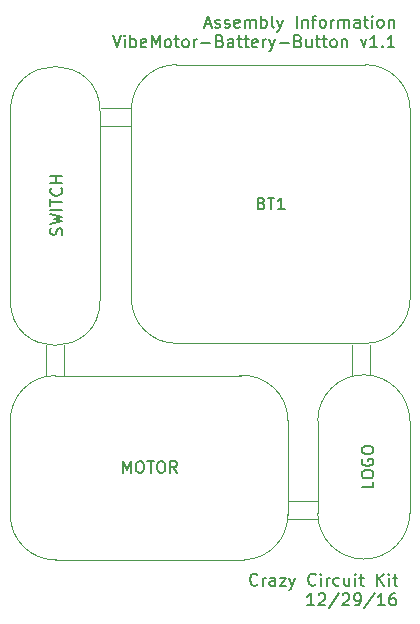
<source format=gbr>
%TF.GenerationSoftware,KiCad,Pcbnew,4.0.4+e1-6308~48~ubuntu16.04.1-stable*%
%TF.CreationDate,2016-12-29T13:19:20-08:00*%
%TF.ProjectId,VibeMotor-Button-Battery,566962654D6F746F722D427574746F6E,rev?*%
%TF.FileFunction,Other,Fab,Top*%
%FSLAX46Y46*%
G04 Gerber Fmt 4.6, Leading zero omitted, Abs format (unit mm)*
G04 Created by KiCad (PCBNEW 4.0.4+e1-6308~48~ubuntu16.04.1-stable) date Thu Dec 29 13:19:20 2016*
%MOMM*%
%LPD*%
G01*
G04 APERTURE LIST*
%ADD10C,0.350000*%
%ADD11C,0.152400*%
%ADD12C,0.040640*%
%ADD13C,0.050000*%
%ADD14C,0.150000*%
G04 APERTURE END LIST*
D10*
D11*
X168249906Y-124374657D02*
X168201525Y-124423038D01*
X168056382Y-124471419D01*
X167959620Y-124471419D01*
X167814478Y-124423038D01*
X167717716Y-124326276D01*
X167669335Y-124229514D01*
X167620954Y-124035990D01*
X167620954Y-123890848D01*
X167669335Y-123697324D01*
X167717716Y-123600562D01*
X167814478Y-123503800D01*
X167959620Y-123455419D01*
X168056382Y-123455419D01*
X168201525Y-123503800D01*
X168249906Y-123552181D01*
X168685335Y-124471419D02*
X168685335Y-123794086D01*
X168685335Y-123987610D02*
X168733716Y-123890848D01*
X168782097Y-123842467D01*
X168878859Y-123794086D01*
X168975620Y-123794086D01*
X169749715Y-124471419D02*
X169749715Y-123939229D01*
X169701334Y-123842467D01*
X169604572Y-123794086D01*
X169411049Y-123794086D01*
X169314287Y-123842467D01*
X169749715Y-124423038D02*
X169652953Y-124471419D01*
X169411049Y-124471419D01*
X169314287Y-124423038D01*
X169265906Y-124326276D01*
X169265906Y-124229514D01*
X169314287Y-124132752D01*
X169411049Y-124084371D01*
X169652953Y-124084371D01*
X169749715Y-124035990D01*
X170136763Y-123794086D02*
X170668953Y-123794086D01*
X170136763Y-124471419D01*
X170668953Y-124471419D01*
X170959239Y-123794086D02*
X171201144Y-124471419D01*
X171443048Y-123794086D02*
X171201144Y-124471419D01*
X171104382Y-124713324D01*
X171056001Y-124761705D01*
X170959239Y-124810086D01*
X173184762Y-124374657D02*
X173136381Y-124423038D01*
X172991238Y-124471419D01*
X172894476Y-124471419D01*
X172749334Y-124423038D01*
X172652572Y-124326276D01*
X172604191Y-124229514D01*
X172555810Y-124035990D01*
X172555810Y-123890848D01*
X172604191Y-123697324D01*
X172652572Y-123600562D01*
X172749334Y-123503800D01*
X172894476Y-123455419D01*
X172991238Y-123455419D01*
X173136381Y-123503800D01*
X173184762Y-123552181D01*
X173620191Y-124471419D02*
X173620191Y-123794086D01*
X173620191Y-123455419D02*
X173571810Y-123503800D01*
X173620191Y-123552181D01*
X173668572Y-123503800D01*
X173620191Y-123455419D01*
X173620191Y-123552181D01*
X174104001Y-124471419D02*
X174104001Y-123794086D01*
X174104001Y-123987610D02*
X174152382Y-123890848D01*
X174200763Y-123842467D01*
X174297525Y-123794086D01*
X174394286Y-123794086D01*
X175168381Y-124423038D02*
X175071619Y-124471419D01*
X174878096Y-124471419D01*
X174781334Y-124423038D01*
X174732953Y-124374657D01*
X174684572Y-124277895D01*
X174684572Y-123987610D01*
X174732953Y-123890848D01*
X174781334Y-123842467D01*
X174878096Y-123794086D01*
X175071619Y-123794086D01*
X175168381Y-123842467D01*
X176039238Y-123794086D02*
X176039238Y-124471419D01*
X175603810Y-123794086D02*
X175603810Y-124326276D01*
X175652191Y-124423038D01*
X175748953Y-124471419D01*
X175894095Y-124471419D01*
X175990857Y-124423038D01*
X176039238Y-124374657D01*
X176523048Y-124471419D02*
X176523048Y-123794086D01*
X176523048Y-123455419D02*
X176474667Y-123503800D01*
X176523048Y-123552181D01*
X176571429Y-123503800D01*
X176523048Y-123455419D01*
X176523048Y-123552181D01*
X176861715Y-123794086D02*
X177248763Y-123794086D01*
X177006858Y-123455419D02*
X177006858Y-124326276D01*
X177055239Y-124423038D01*
X177152001Y-124471419D01*
X177248763Y-124471419D01*
X178361524Y-124471419D02*
X178361524Y-123455419D01*
X178942095Y-124471419D02*
X178506667Y-123890848D01*
X178942095Y-123455419D02*
X178361524Y-124035990D01*
X179377524Y-124471419D02*
X179377524Y-123794086D01*
X179377524Y-123455419D02*
X179329143Y-123503800D01*
X179377524Y-123552181D01*
X179425905Y-123503800D01*
X179377524Y-123455419D01*
X179377524Y-123552181D01*
X179716191Y-123794086D02*
X180103239Y-123794086D01*
X179861334Y-123455419D02*
X179861334Y-124326276D01*
X179909715Y-124423038D01*
X180006477Y-124471419D01*
X180103239Y-124471419D01*
X173039619Y-126147819D02*
X172459048Y-126147819D01*
X172749334Y-126147819D02*
X172749334Y-125131819D01*
X172652572Y-125276962D01*
X172555810Y-125373724D01*
X172459048Y-125422105D01*
X173426667Y-125228581D02*
X173475048Y-125180200D01*
X173571810Y-125131819D01*
X173813714Y-125131819D01*
X173910476Y-125180200D01*
X173958857Y-125228581D01*
X174007238Y-125325343D01*
X174007238Y-125422105D01*
X173958857Y-125567248D01*
X173378286Y-126147819D01*
X174007238Y-126147819D01*
X175168381Y-125083438D02*
X174297524Y-126389724D01*
X175458667Y-125228581D02*
X175507048Y-125180200D01*
X175603810Y-125131819D01*
X175845714Y-125131819D01*
X175942476Y-125180200D01*
X175990857Y-125228581D01*
X176039238Y-125325343D01*
X176039238Y-125422105D01*
X175990857Y-125567248D01*
X175410286Y-126147819D01*
X176039238Y-126147819D01*
X176523048Y-126147819D02*
X176716572Y-126147819D01*
X176813333Y-126099438D01*
X176861714Y-126051057D01*
X176958476Y-125905914D01*
X177006857Y-125712390D01*
X177006857Y-125325343D01*
X176958476Y-125228581D01*
X176910095Y-125180200D01*
X176813333Y-125131819D01*
X176619810Y-125131819D01*
X176523048Y-125180200D01*
X176474667Y-125228581D01*
X176426286Y-125325343D01*
X176426286Y-125567248D01*
X176474667Y-125664010D01*
X176523048Y-125712390D01*
X176619810Y-125760771D01*
X176813333Y-125760771D01*
X176910095Y-125712390D01*
X176958476Y-125664010D01*
X177006857Y-125567248D01*
X178168000Y-125083438D02*
X177297143Y-126389724D01*
X179038857Y-126147819D02*
X178458286Y-126147819D01*
X178748572Y-126147819D02*
X178748572Y-125131819D01*
X178651810Y-125276962D01*
X178555048Y-125373724D01*
X178458286Y-125422105D01*
X179909714Y-125131819D02*
X179716191Y-125131819D01*
X179619429Y-125180200D01*
X179571048Y-125228581D01*
X179474286Y-125373724D01*
X179425905Y-125567248D01*
X179425905Y-125954295D01*
X179474286Y-126051057D01*
X179522667Y-126099438D01*
X179619429Y-126147819D01*
X179812952Y-126147819D01*
X179909714Y-126099438D01*
X179958095Y-126051057D01*
X180006476Y-125954295D01*
X180006476Y-125712390D01*
X179958095Y-125615629D01*
X179909714Y-125567248D01*
X179812952Y-125518867D01*
X179619429Y-125518867D01*
X179522667Y-125567248D01*
X179474286Y-125615629D01*
X179425905Y-125712390D01*
X163794002Y-76931133D02*
X164277811Y-76931133D01*
X163697240Y-77221419D02*
X164035907Y-76205419D01*
X164374573Y-77221419D01*
X164664859Y-77173038D02*
X164761621Y-77221419D01*
X164955145Y-77221419D01*
X165051906Y-77173038D01*
X165100287Y-77076276D01*
X165100287Y-77027895D01*
X165051906Y-76931133D01*
X164955145Y-76882752D01*
X164810002Y-76882752D01*
X164713240Y-76834371D01*
X164664859Y-76737610D01*
X164664859Y-76689229D01*
X164713240Y-76592467D01*
X164810002Y-76544086D01*
X164955145Y-76544086D01*
X165051906Y-76592467D01*
X165487335Y-77173038D02*
X165584097Y-77221419D01*
X165777621Y-77221419D01*
X165874382Y-77173038D01*
X165922763Y-77076276D01*
X165922763Y-77027895D01*
X165874382Y-76931133D01*
X165777621Y-76882752D01*
X165632478Y-76882752D01*
X165535716Y-76834371D01*
X165487335Y-76737610D01*
X165487335Y-76689229D01*
X165535716Y-76592467D01*
X165632478Y-76544086D01*
X165777621Y-76544086D01*
X165874382Y-76592467D01*
X166745239Y-77173038D02*
X166648477Y-77221419D01*
X166454954Y-77221419D01*
X166358192Y-77173038D01*
X166309811Y-77076276D01*
X166309811Y-76689229D01*
X166358192Y-76592467D01*
X166454954Y-76544086D01*
X166648477Y-76544086D01*
X166745239Y-76592467D01*
X166793620Y-76689229D01*
X166793620Y-76785990D01*
X166309811Y-76882752D01*
X167229049Y-77221419D02*
X167229049Y-76544086D01*
X167229049Y-76640848D02*
X167277430Y-76592467D01*
X167374192Y-76544086D01*
X167519334Y-76544086D01*
X167616096Y-76592467D01*
X167664477Y-76689229D01*
X167664477Y-77221419D01*
X167664477Y-76689229D02*
X167712858Y-76592467D01*
X167809620Y-76544086D01*
X167954763Y-76544086D01*
X168051525Y-76592467D01*
X168099906Y-76689229D01*
X168099906Y-77221419D01*
X168583716Y-77221419D02*
X168583716Y-76205419D01*
X168583716Y-76592467D02*
X168680478Y-76544086D01*
X168874001Y-76544086D01*
X168970763Y-76592467D01*
X169019144Y-76640848D01*
X169067525Y-76737610D01*
X169067525Y-77027895D01*
X169019144Y-77124657D01*
X168970763Y-77173038D01*
X168874001Y-77221419D01*
X168680478Y-77221419D01*
X168583716Y-77173038D01*
X169648097Y-77221419D02*
X169551335Y-77173038D01*
X169502954Y-77076276D01*
X169502954Y-76205419D01*
X169938382Y-76544086D02*
X170180287Y-77221419D01*
X170422191Y-76544086D02*
X170180287Y-77221419D01*
X170083525Y-77463324D01*
X170035144Y-77511705D01*
X169938382Y-77560086D01*
X171583334Y-77221419D02*
X171583334Y-76205419D01*
X172067144Y-76544086D02*
X172067144Y-77221419D01*
X172067144Y-76640848D02*
X172115525Y-76592467D01*
X172212287Y-76544086D01*
X172357429Y-76544086D01*
X172454191Y-76592467D01*
X172502572Y-76689229D01*
X172502572Y-77221419D01*
X172841239Y-76544086D02*
X173228287Y-76544086D01*
X172986382Y-77221419D02*
X172986382Y-76350562D01*
X173034763Y-76253800D01*
X173131525Y-76205419D01*
X173228287Y-76205419D01*
X173712096Y-77221419D02*
X173615334Y-77173038D01*
X173566953Y-77124657D01*
X173518572Y-77027895D01*
X173518572Y-76737610D01*
X173566953Y-76640848D01*
X173615334Y-76592467D01*
X173712096Y-76544086D01*
X173857238Y-76544086D01*
X173954000Y-76592467D01*
X174002381Y-76640848D01*
X174050762Y-76737610D01*
X174050762Y-77027895D01*
X174002381Y-77124657D01*
X173954000Y-77173038D01*
X173857238Y-77221419D01*
X173712096Y-77221419D01*
X174486191Y-77221419D02*
X174486191Y-76544086D01*
X174486191Y-76737610D02*
X174534572Y-76640848D01*
X174582953Y-76592467D01*
X174679715Y-76544086D01*
X174776476Y-76544086D01*
X175115143Y-77221419D02*
X175115143Y-76544086D01*
X175115143Y-76640848D02*
X175163524Y-76592467D01*
X175260286Y-76544086D01*
X175405428Y-76544086D01*
X175502190Y-76592467D01*
X175550571Y-76689229D01*
X175550571Y-77221419D01*
X175550571Y-76689229D02*
X175598952Y-76592467D01*
X175695714Y-76544086D01*
X175840857Y-76544086D01*
X175937619Y-76592467D01*
X175986000Y-76689229D01*
X175986000Y-77221419D01*
X176905238Y-77221419D02*
X176905238Y-76689229D01*
X176856857Y-76592467D01*
X176760095Y-76544086D01*
X176566572Y-76544086D01*
X176469810Y-76592467D01*
X176905238Y-77173038D02*
X176808476Y-77221419D01*
X176566572Y-77221419D01*
X176469810Y-77173038D01*
X176421429Y-77076276D01*
X176421429Y-76979514D01*
X176469810Y-76882752D01*
X176566572Y-76834371D01*
X176808476Y-76834371D01*
X176905238Y-76785990D01*
X177243905Y-76544086D02*
X177630953Y-76544086D01*
X177389048Y-76205419D02*
X177389048Y-77076276D01*
X177437429Y-77173038D01*
X177534191Y-77221419D01*
X177630953Y-77221419D01*
X177969619Y-77221419D02*
X177969619Y-76544086D01*
X177969619Y-76205419D02*
X177921238Y-76253800D01*
X177969619Y-76302181D01*
X178018000Y-76253800D01*
X177969619Y-76205419D01*
X177969619Y-76302181D01*
X178598572Y-77221419D02*
X178501810Y-77173038D01*
X178453429Y-77124657D01*
X178405048Y-77027895D01*
X178405048Y-76737610D01*
X178453429Y-76640848D01*
X178501810Y-76592467D01*
X178598572Y-76544086D01*
X178743714Y-76544086D01*
X178840476Y-76592467D01*
X178888857Y-76640848D01*
X178937238Y-76737610D01*
X178937238Y-77027895D01*
X178888857Y-77124657D01*
X178840476Y-77173038D01*
X178743714Y-77221419D01*
X178598572Y-77221419D01*
X179372667Y-76544086D02*
X179372667Y-77221419D01*
X179372667Y-76640848D02*
X179421048Y-76592467D01*
X179517810Y-76544086D01*
X179662952Y-76544086D01*
X179759714Y-76592467D01*
X179808095Y-76689229D01*
X179808095Y-77221419D01*
X156004670Y-77881819D02*
X156343337Y-78897819D01*
X156682003Y-77881819D01*
X157020670Y-78897819D02*
X157020670Y-78220486D01*
X157020670Y-77881819D02*
X156972289Y-77930200D01*
X157020670Y-77978581D01*
X157069051Y-77930200D01*
X157020670Y-77881819D01*
X157020670Y-77978581D01*
X157504480Y-78897819D02*
X157504480Y-77881819D01*
X157504480Y-78268867D02*
X157601242Y-78220486D01*
X157794765Y-78220486D01*
X157891527Y-78268867D01*
X157939908Y-78317248D01*
X157988289Y-78414010D01*
X157988289Y-78704295D01*
X157939908Y-78801057D01*
X157891527Y-78849438D01*
X157794765Y-78897819D01*
X157601242Y-78897819D01*
X157504480Y-78849438D01*
X158810765Y-78849438D02*
X158714003Y-78897819D01*
X158520480Y-78897819D01*
X158423718Y-78849438D01*
X158375337Y-78752676D01*
X158375337Y-78365629D01*
X158423718Y-78268867D01*
X158520480Y-78220486D01*
X158714003Y-78220486D01*
X158810765Y-78268867D01*
X158859146Y-78365629D01*
X158859146Y-78462390D01*
X158375337Y-78559152D01*
X159294575Y-78897819D02*
X159294575Y-77881819D01*
X159633241Y-78607533D01*
X159971908Y-77881819D01*
X159971908Y-78897819D01*
X160600861Y-78897819D02*
X160504099Y-78849438D01*
X160455718Y-78801057D01*
X160407337Y-78704295D01*
X160407337Y-78414010D01*
X160455718Y-78317248D01*
X160504099Y-78268867D01*
X160600861Y-78220486D01*
X160746003Y-78220486D01*
X160842765Y-78268867D01*
X160891146Y-78317248D01*
X160939527Y-78414010D01*
X160939527Y-78704295D01*
X160891146Y-78801057D01*
X160842765Y-78849438D01*
X160746003Y-78897819D01*
X160600861Y-78897819D01*
X161229813Y-78220486D02*
X161616861Y-78220486D01*
X161374956Y-77881819D02*
X161374956Y-78752676D01*
X161423337Y-78849438D01*
X161520099Y-78897819D01*
X161616861Y-78897819D01*
X162100670Y-78897819D02*
X162003908Y-78849438D01*
X161955527Y-78801057D01*
X161907146Y-78704295D01*
X161907146Y-78414010D01*
X161955527Y-78317248D01*
X162003908Y-78268867D01*
X162100670Y-78220486D01*
X162245812Y-78220486D01*
X162342574Y-78268867D01*
X162390955Y-78317248D01*
X162439336Y-78414010D01*
X162439336Y-78704295D01*
X162390955Y-78801057D01*
X162342574Y-78849438D01*
X162245812Y-78897819D01*
X162100670Y-78897819D01*
X162874765Y-78897819D02*
X162874765Y-78220486D01*
X162874765Y-78414010D02*
X162923146Y-78317248D01*
X162971527Y-78268867D01*
X163068289Y-78220486D01*
X163165050Y-78220486D01*
X163503717Y-78510771D02*
X164277812Y-78510771D01*
X165100288Y-78365629D02*
X165245431Y-78414010D01*
X165293812Y-78462390D01*
X165342193Y-78559152D01*
X165342193Y-78704295D01*
X165293812Y-78801057D01*
X165245431Y-78849438D01*
X165148669Y-78897819D01*
X164761622Y-78897819D01*
X164761622Y-77881819D01*
X165100288Y-77881819D01*
X165197050Y-77930200D01*
X165245431Y-77978581D01*
X165293812Y-78075343D01*
X165293812Y-78172105D01*
X165245431Y-78268867D01*
X165197050Y-78317248D01*
X165100288Y-78365629D01*
X164761622Y-78365629D01*
X166213050Y-78897819D02*
X166213050Y-78365629D01*
X166164669Y-78268867D01*
X166067907Y-78220486D01*
X165874384Y-78220486D01*
X165777622Y-78268867D01*
X166213050Y-78849438D02*
X166116288Y-78897819D01*
X165874384Y-78897819D01*
X165777622Y-78849438D01*
X165729241Y-78752676D01*
X165729241Y-78655914D01*
X165777622Y-78559152D01*
X165874384Y-78510771D01*
X166116288Y-78510771D01*
X166213050Y-78462390D01*
X166551717Y-78220486D02*
X166938765Y-78220486D01*
X166696860Y-77881819D02*
X166696860Y-78752676D01*
X166745241Y-78849438D01*
X166842003Y-78897819D01*
X166938765Y-78897819D01*
X167132288Y-78220486D02*
X167519336Y-78220486D01*
X167277431Y-77881819D02*
X167277431Y-78752676D01*
X167325812Y-78849438D01*
X167422574Y-78897819D01*
X167519336Y-78897819D01*
X168245049Y-78849438D02*
X168148287Y-78897819D01*
X167954764Y-78897819D01*
X167858002Y-78849438D01*
X167809621Y-78752676D01*
X167809621Y-78365629D01*
X167858002Y-78268867D01*
X167954764Y-78220486D01*
X168148287Y-78220486D01*
X168245049Y-78268867D01*
X168293430Y-78365629D01*
X168293430Y-78462390D01*
X167809621Y-78559152D01*
X168728859Y-78897819D02*
X168728859Y-78220486D01*
X168728859Y-78414010D02*
X168777240Y-78317248D01*
X168825621Y-78268867D01*
X168922383Y-78220486D01*
X169019144Y-78220486D01*
X169261049Y-78220486D02*
X169502954Y-78897819D01*
X169744858Y-78220486D02*
X169502954Y-78897819D01*
X169406192Y-79139724D01*
X169357811Y-79188105D01*
X169261049Y-79236486D01*
X170131906Y-78510771D02*
X170906001Y-78510771D01*
X171728477Y-78365629D02*
X171873620Y-78414010D01*
X171922001Y-78462390D01*
X171970382Y-78559152D01*
X171970382Y-78704295D01*
X171922001Y-78801057D01*
X171873620Y-78849438D01*
X171776858Y-78897819D01*
X171389811Y-78897819D01*
X171389811Y-77881819D01*
X171728477Y-77881819D01*
X171825239Y-77930200D01*
X171873620Y-77978581D01*
X171922001Y-78075343D01*
X171922001Y-78172105D01*
X171873620Y-78268867D01*
X171825239Y-78317248D01*
X171728477Y-78365629D01*
X171389811Y-78365629D01*
X172841239Y-78220486D02*
X172841239Y-78897819D01*
X172405811Y-78220486D02*
X172405811Y-78752676D01*
X172454192Y-78849438D01*
X172550954Y-78897819D01*
X172696096Y-78897819D01*
X172792858Y-78849438D01*
X172841239Y-78801057D01*
X173179906Y-78220486D02*
X173566954Y-78220486D01*
X173325049Y-77881819D02*
X173325049Y-78752676D01*
X173373430Y-78849438D01*
X173470192Y-78897819D01*
X173566954Y-78897819D01*
X173760477Y-78220486D02*
X174147525Y-78220486D01*
X173905620Y-77881819D02*
X173905620Y-78752676D01*
X173954001Y-78849438D01*
X174050763Y-78897819D01*
X174147525Y-78897819D01*
X174631334Y-78897819D02*
X174534572Y-78849438D01*
X174486191Y-78801057D01*
X174437810Y-78704295D01*
X174437810Y-78414010D01*
X174486191Y-78317248D01*
X174534572Y-78268867D01*
X174631334Y-78220486D01*
X174776476Y-78220486D01*
X174873238Y-78268867D01*
X174921619Y-78317248D01*
X174970000Y-78414010D01*
X174970000Y-78704295D01*
X174921619Y-78801057D01*
X174873238Y-78849438D01*
X174776476Y-78897819D01*
X174631334Y-78897819D01*
X175405429Y-78220486D02*
X175405429Y-78897819D01*
X175405429Y-78317248D02*
X175453810Y-78268867D01*
X175550572Y-78220486D01*
X175695714Y-78220486D01*
X175792476Y-78268867D01*
X175840857Y-78365629D01*
X175840857Y-78897819D01*
X177002000Y-78220486D02*
X177243905Y-78897819D01*
X177485809Y-78220486D01*
X178405047Y-78897819D02*
X177824476Y-78897819D01*
X178114762Y-78897819D02*
X178114762Y-77881819D01*
X178018000Y-78026962D01*
X177921238Y-78123724D01*
X177824476Y-78172105D01*
X178840476Y-78801057D02*
X178888857Y-78849438D01*
X178840476Y-78897819D01*
X178792095Y-78849438D01*
X178840476Y-78801057D01*
X178840476Y-78897819D01*
X179856476Y-78897819D02*
X179275905Y-78897819D01*
X179566191Y-78897819D02*
X179566191Y-77881819D01*
X179469429Y-78026962D01*
X179372667Y-78123724D01*
X179275905Y-78172105D01*
D12*
X170815000Y-117348000D02*
X173355000Y-117348000D01*
X170815000Y-118872000D02*
X173355000Y-118872000D01*
X177800000Y-104140000D02*
X177800000Y-106680000D01*
X176276000Y-104140000D02*
X176276000Y-106680000D01*
X157530800Y-85559900D02*
X154990800Y-85559900D01*
X157530800Y-84035900D02*
X154990800Y-84035900D01*
X167132000Y-122290000D02*
G75*
G03X170825368Y-118390180I-106632J3799820D01*
G01*
X170832000Y-110490000D02*
G75*
G03X166720176Y-106690000I-3811824J0D01*
G01*
X151132000Y-106688684D02*
G75*
G03X147332000Y-110590000I0J-3801316D01*
G01*
X147330684Y-118490000D02*
G75*
G03X151232000Y-122290000I3801316J0D01*
G01*
X147332000Y-118490000D02*
X147332000Y-110490000D01*
X151132000Y-122290000D02*
X167132000Y-122290000D01*
X151132000Y-106690000D02*
X166832000Y-106690000D01*
X170832000Y-118490000D02*
X170832000Y-110490000D01*
D13*
X154930000Y-84330000D02*
X154930000Y-100330000D01*
X147330000Y-100330000D02*
X147330000Y-84330000D01*
X147330000Y-100330000D02*
G75*
G03X154930000Y-100330000I3800000J0D01*
G01*
X154930000Y-84330000D02*
G75*
G03X147330000Y-84330000I-3800000J0D01*
G01*
D12*
X151841200Y-104114600D02*
X151841200Y-106654600D01*
X150317200Y-104114600D02*
X150317200Y-106654600D01*
X173352800Y-110527000D02*
X173352800Y-118327000D01*
X181152800Y-110527000D02*
X181152800Y-118327000D01*
X177252800Y-106627000D02*
G75*
G03X173352800Y-110527000I0J-3900000D01*
G01*
X181152800Y-110527000D02*
G75*
G03X177252800Y-106627000I-3900000J0D01*
G01*
X177252800Y-122227000D02*
G75*
G03X181152800Y-118327000I0J3900000D01*
G01*
X173352800Y-118327000D02*
G75*
G03X177252800Y-122227000I3900000J0D01*
G01*
D13*
X177380900Y-80363900D02*
X161380900Y-80363900D01*
X181180900Y-100163900D02*
X181180900Y-84163900D01*
X157580900Y-100163900D02*
X157580900Y-84163900D01*
X177380900Y-103963900D02*
X161380900Y-103963900D01*
X177380900Y-103963900D02*
G75*
G03X181180900Y-100163900I0J3800000D01*
G01*
X181180900Y-84163900D02*
G75*
G03X177380900Y-80363900I-3800000J0D01*
G01*
X161380900Y-80363900D02*
G75*
G03X157580900Y-84163900I0J-3800000D01*
G01*
X157580900Y-100163900D02*
G75*
G03X161380900Y-103963900I3800000J0D01*
G01*
D14*
X156870095Y-114942381D02*
X156870095Y-113942381D01*
X157203429Y-114656667D01*
X157536762Y-113942381D01*
X157536762Y-114942381D01*
X158203428Y-113942381D02*
X158393905Y-113942381D01*
X158489143Y-113990000D01*
X158584381Y-114085238D01*
X158632000Y-114275714D01*
X158632000Y-114609048D01*
X158584381Y-114799524D01*
X158489143Y-114894762D01*
X158393905Y-114942381D01*
X158203428Y-114942381D01*
X158108190Y-114894762D01*
X158012952Y-114799524D01*
X157965333Y-114609048D01*
X157965333Y-114275714D01*
X158012952Y-114085238D01*
X158108190Y-113990000D01*
X158203428Y-113942381D01*
X158917714Y-113942381D02*
X159489143Y-113942381D01*
X159203428Y-114942381D02*
X159203428Y-113942381D01*
X160012952Y-113942381D02*
X160203429Y-113942381D01*
X160298667Y-113990000D01*
X160393905Y-114085238D01*
X160441524Y-114275714D01*
X160441524Y-114609048D01*
X160393905Y-114799524D01*
X160298667Y-114894762D01*
X160203429Y-114942381D01*
X160012952Y-114942381D01*
X159917714Y-114894762D01*
X159822476Y-114799524D01*
X159774857Y-114609048D01*
X159774857Y-114275714D01*
X159822476Y-114085238D01*
X159917714Y-113990000D01*
X160012952Y-113942381D01*
X161441524Y-114942381D02*
X161108190Y-114466190D01*
X160870095Y-114942381D02*
X160870095Y-113942381D01*
X161251048Y-113942381D01*
X161346286Y-113990000D01*
X161393905Y-114037619D01*
X161441524Y-114132857D01*
X161441524Y-114275714D01*
X161393905Y-114370952D01*
X161346286Y-114418571D01*
X161251048Y-114466190D01*
X160870095Y-114466190D01*
X151684762Y-94780000D02*
X151732381Y-94637143D01*
X151732381Y-94399047D01*
X151684762Y-94303809D01*
X151637143Y-94256190D01*
X151541905Y-94208571D01*
X151446667Y-94208571D01*
X151351429Y-94256190D01*
X151303810Y-94303809D01*
X151256190Y-94399047D01*
X151208571Y-94589524D01*
X151160952Y-94684762D01*
X151113333Y-94732381D01*
X151018095Y-94780000D01*
X150922857Y-94780000D01*
X150827619Y-94732381D01*
X150780000Y-94684762D01*
X150732381Y-94589524D01*
X150732381Y-94351428D01*
X150780000Y-94208571D01*
X150732381Y-93875238D02*
X151732381Y-93637143D01*
X151018095Y-93446666D01*
X151732381Y-93256190D01*
X150732381Y-93018095D01*
X151732381Y-92637143D02*
X150732381Y-92637143D01*
X150732381Y-92303810D02*
X150732381Y-91732381D01*
X151732381Y-92018096D02*
X150732381Y-92018096D01*
X151637143Y-90827619D02*
X151684762Y-90875238D01*
X151732381Y-91018095D01*
X151732381Y-91113333D01*
X151684762Y-91256191D01*
X151589524Y-91351429D01*
X151494286Y-91399048D01*
X151303810Y-91446667D01*
X151160952Y-91446667D01*
X150970476Y-91399048D01*
X150875238Y-91351429D01*
X150780000Y-91256191D01*
X150732381Y-91113333D01*
X150732381Y-91018095D01*
X150780000Y-90875238D01*
X150827619Y-90827619D01*
X151732381Y-90399048D02*
X150732381Y-90399048D01*
X151208571Y-90399048D02*
X151208571Y-89827619D01*
X151732381Y-89827619D02*
X150732381Y-89827619D01*
X178077121Y-115665095D02*
X178077121Y-116141286D01*
X177077121Y-116141286D01*
X177077121Y-115141286D02*
X177077121Y-114950809D01*
X177124740Y-114855571D01*
X177219978Y-114760333D01*
X177410454Y-114712714D01*
X177743788Y-114712714D01*
X177934264Y-114760333D01*
X178029502Y-114855571D01*
X178077121Y-114950809D01*
X178077121Y-115141286D01*
X178029502Y-115236524D01*
X177934264Y-115331762D01*
X177743788Y-115379381D01*
X177410454Y-115379381D01*
X177219978Y-115331762D01*
X177124740Y-115236524D01*
X177077121Y-115141286D01*
X177124740Y-113760333D02*
X177077121Y-113855571D01*
X177077121Y-113998428D01*
X177124740Y-114141286D01*
X177219978Y-114236524D01*
X177315216Y-114284143D01*
X177505692Y-114331762D01*
X177648550Y-114331762D01*
X177839026Y-114284143D01*
X177934264Y-114236524D01*
X178029502Y-114141286D01*
X178077121Y-113998428D01*
X178077121Y-113903190D01*
X178029502Y-113760333D01*
X177981883Y-113712714D01*
X177648550Y-113712714D01*
X177648550Y-113903190D01*
X177077121Y-113093667D02*
X177077121Y-112903190D01*
X177124740Y-112807952D01*
X177219978Y-112712714D01*
X177410454Y-112665095D01*
X177743788Y-112665095D01*
X177934264Y-112712714D01*
X178029502Y-112807952D01*
X178077121Y-112903190D01*
X178077121Y-113093667D01*
X178029502Y-113188905D01*
X177934264Y-113284143D01*
X177743788Y-113331762D01*
X177410454Y-113331762D01*
X177219978Y-113284143D01*
X177124740Y-113188905D01*
X177077121Y-113093667D01*
X168595186Y-92092471D02*
X168738043Y-92140090D01*
X168785662Y-92187710D01*
X168833281Y-92282948D01*
X168833281Y-92425805D01*
X168785662Y-92521043D01*
X168738043Y-92568662D01*
X168642805Y-92616281D01*
X168261852Y-92616281D01*
X168261852Y-91616281D01*
X168595186Y-91616281D01*
X168690424Y-91663900D01*
X168738043Y-91711519D01*
X168785662Y-91806757D01*
X168785662Y-91901995D01*
X168738043Y-91997233D01*
X168690424Y-92044852D01*
X168595186Y-92092471D01*
X168261852Y-92092471D01*
X169118995Y-91616281D02*
X169690424Y-91616281D01*
X169404709Y-92616281D02*
X169404709Y-91616281D01*
X170547567Y-92616281D02*
X169976138Y-92616281D01*
X170261852Y-92616281D02*
X170261852Y-91616281D01*
X170166614Y-91759138D01*
X170071376Y-91854376D01*
X169976138Y-91901995D01*
M02*

</source>
